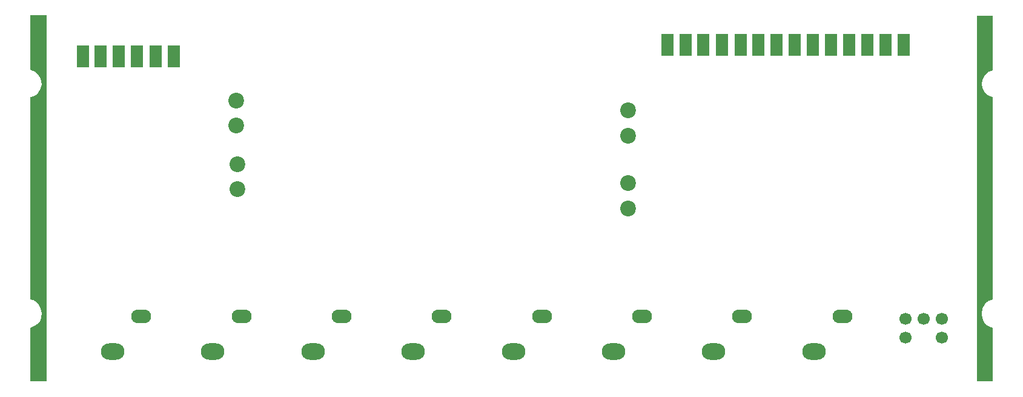
<source format=gbr>
G04 DipTrace 2.4.0.2*
%IN2_Layer_Bottom_Mask.gbr*%
%MOIN*%
%ADD44C,0.0669*%
%ADD54R,0.0669X0.122*%
%ADD66C,0.0866*%
%ADD68O,0.1102X0.0748*%
%ADD70O,0.1299X0.0906*%
%FSLAX44Y44*%
G04*
G70*
G90*
G75*
G01*
%LNBotMask*%
%LPD*%
D70*
X14173Y5787D3*
D68*
X15748Y7717D3*
X10236D3*
D70*
X8661Y5787D3*
X25197D3*
D68*
X26772Y7717D3*
X21260D3*
D70*
X19685Y5787D3*
X36220D3*
D68*
X37795Y7717D3*
X32283D3*
D70*
X30709Y5787D3*
X47244D3*
D68*
X48819Y7717D3*
X43307D3*
D70*
X41732Y5787D3*
D66*
X15472Y19587D3*
Y18209D3*
X37031Y17657D3*
Y19035D3*
X15512Y14705D3*
Y16083D3*
X37031Y13661D3*
Y15039D3*
D54*
X52205Y22638D3*
X51205D3*
X50205D3*
X49205D3*
X48205D3*
X47205D3*
X46205D3*
X45205D3*
X44205D3*
X43220D3*
X42197D3*
X41173D3*
X40189D3*
X39205D3*
X12016Y22008D3*
X11031D3*
X10008D3*
X8984D3*
X8000D3*
X7016D3*
D44*
X52287Y7579D3*
X53287D3*
X54287D3*
X52287Y6547D3*
X54287D3*
G36*
X5020Y4134D2*
X4134D1*
Y7087D1*
X4331Y7165D1*
X4508Y7264D1*
X4646Y7421D1*
X4724Y7657D1*
X4744Y7874D1*
X4705Y8150D1*
X4606Y8346D1*
X4449Y8504D1*
X4291Y8602D1*
X4134Y8642D1*
Y19783D1*
X4291Y19823D1*
X4409Y19882D1*
X4547Y20020D1*
X4685Y20236D1*
X4744Y20492D1*
X4685Y20787D1*
X4567Y21004D1*
X4350Y21181D1*
X4134Y21280D1*
Y24272D1*
X5020D1*
Y4134D1*
G37*
G36*
X56220Y4154D2*
X57087D1*
Y7087D1*
X56929Y7146D1*
X56791Y7224D1*
X56634Y7382D1*
X56516Y7598D1*
X56476Y7854D1*
X56516Y8130D1*
X56614Y8327D1*
X56732Y8484D1*
X56890Y8583D1*
X57087Y8661D1*
Y19783D1*
X56890Y19843D1*
X56732Y19961D1*
X56634Y20079D1*
X56535Y20276D1*
X56496Y20492D1*
X56535Y20709D1*
X56614Y20925D1*
X56752Y21083D1*
X56890Y21181D1*
X57087Y21240D1*
Y24252D1*
X56220D1*
Y4154D1*
G37*
M02*

</source>
